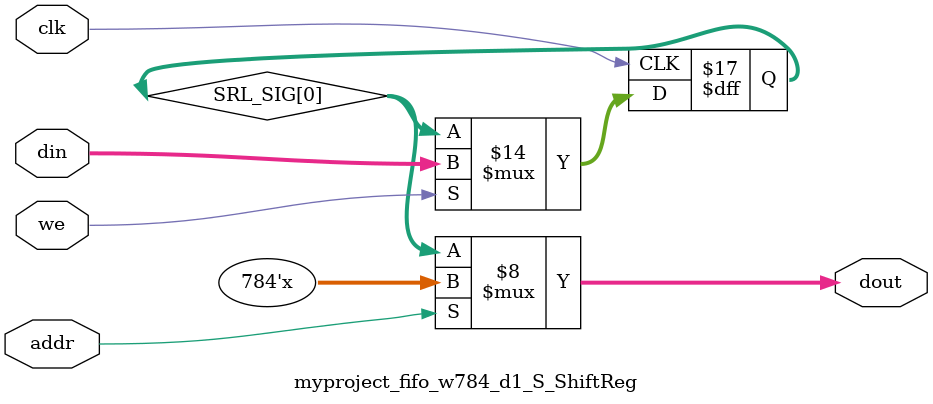
<source format=v>

`timescale 1 ns / 1 ps

module myproject_fifo_w784_d1_S
#(parameter
    MEM_STYLE   = "shiftReg",
    DATA_WIDTH  = 784,
    ADDR_WIDTH  = 1,
    DEPTH       = 1)
(
    // system signal
    input  wire                  clk,
    input  wire                  reset,

    // write
    output wire                  if_full_n,
    input  wire                  if_write_ce,
    input  wire                  if_write,
    input  wire [DATA_WIDTH-1:0] if_din,
    
    // read 
    output wire [ADDR_WIDTH:0]   if_num_data_valid, // for FRP
    output wire [ADDR_WIDTH:0]   if_fifo_cap,       // for FRP
    output wire                  if_empty_n,
    input  wire                  if_read_ce,
    input  wire                  if_read,
    output wire [DATA_WIDTH-1:0] if_dout
);
//------------------------Parameter----------------------

//------------------------Local signal-------------------
wire [ADDR_WIDTH-1:0] addr;
wire                  push;
wire                  pop;
reg signed [ADDR_WIDTH:0]   mOutPtr;
reg                   empty_n = 1'b0;
reg                   full_n  = 1'b1;
// with almost full?  no 
//------------------------Instantiation------------------
myproject_fifo_w784_d1_S_ShiftReg 
#(  .DATA_WIDTH (DATA_WIDTH),
    .ADDR_WIDTH (ADDR_WIDTH),
    .DEPTH      (DEPTH))
U_myproject_fifo_w784_d1_S_ShiftReg (
    .clk        (clk),
    .we         (push),
    .addr       (addr),
    .din        (if_din),
    .dout       (if_dout)
);
//------------------------Task and function--------------

//------------------------Body---------------------------
// has num_data_valid ? 
assign if_num_data_valid = mOutPtr + 1'b1; // yes
assign if_fifo_cap = DEPTH; // yes 

// has almost full ? 
assign if_full_n  = full_n; //no 
assign if_empty_n = empty_n;

assign push = (if_write & if_write_ce) & full_n;
assign pop  = (if_read & if_read_ce) & empty_n;
assign addr = mOutPtr[ADDR_WIDTH] == 1'b0 ? mOutPtr[ADDR_WIDTH-1:0]:{ADDR_WIDTH{1'b0}};

// full_n
always @(posedge clk ) begin
    if (reset == 1'b1)
        full_n <= 1'b1;
    else if (push & ~pop) begin
        if (mOutPtr == DEPTH - 2)
            full_n <= 1'b0;
    end
    else if (~push & pop)
        full_n <= 1'b1;
end

// almost_full_n 

// empty_n
always @(posedge clk ) begin
    if (reset == 1'b1)
        empty_n <= 1'b0;
    else if (push & ~pop)
        empty_n <= 1'b1;
    else if (~push & pop) begin
        if (mOutPtr == 0)
            empty_n <= 1'b0;
    end
end

// mOutPtr
always @(posedge clk ) begin
    if (reset == 1'b1)
        mOutPtr <= {ADDR_WIDTH+1{1'b1}};
    else if (push & ~pop)
        mOutPtr <= mOutPtr + 1'b1;
    else if (~push & pop)
        mOutPtr <= mOutPtr - 1'b1;
end

endmodule  


module myproject_fifo_w784_d1_S_ShiftReg
#(parameter
    DATA_WIDTH  = 784,
    ADDR_WIDTH  = 1,
    DEPTH       = 1)
(
    input  wire                  clk,
    input  wire                  we,
    input  wire [ADDR_WIDTH-1:0] addr,
    input  wire [DATA_WIDTH-1:0] din,
    output wire [DATA_WIDTH-1:0] dout
);

reg [DATA_WIDTH-1:0] SRL_SIG [0:DEPTH-1];
integer i;

always @ (posedge clk) begin
    if (we) begin
        for (i=0; i<DEPTH-1; i=i+1)
            SRL_SIG[i+1] <= SRL_SIG[i];
        SRL_SIG[0] <= din;
    end
end

assign dout = SRL_SIG[addr];

endmodule

</source>
